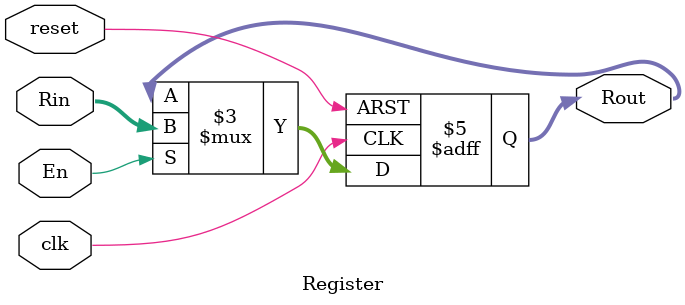
<source format=v>



//    wire [15:0] Decoderout;
//    wire [7:0] Muxout1;
//    wire [127:0] Registersout;
//    genvar i;
//    generate
//        for(i=0;i<16;i=i+1) begin
//            (* dont_touch="true" *) Register REG(.En(Decoderout[i]),.clk(clk),.reset(reset),.Rin(Muxout1),.Rout(Registersout[(8*i+7):(8*i)]));
//        end
//    endgenerate

//    (* dont_touch="true" *) Decoder4 DEC1(.WE(WE),);
//endmodule



//module Register(
//    input  En,
//    input  clk,
//    input  reset,
//    input [7:0] Rin,   
//    output reg [7:0] Rout
//  ); 
  
//  always @(posedge clk or posedge reset) begin
  
//    if (reset) begin  
//      Rout <= 8'h00;
//    end
    
//    else if (En == 1'b1) begin
//      Rout <= Rin;
//    end 
//  end
  
//endmodule

//module Decoder4(
//    input  WE,
//    input [3:0] RegAdd,
//    output reg [15:0] r
//  ); 

//   always @(*)
//      if (WE == 1'b0) begin
//         r <= 16'h0000;
//      end
//      else
//         case (RegAdd)
//            4'b0000  : r <= 16'b0000000000000001;
//            4'b0001  : r <= 16'b0000000000000010;
//            4'b0010  : r <= 16'b0000000000000100;
//            4'b0011  : r <= 16'b0000000000001000;
//            4'b0100  : r <= 16'b0000000000010000;
//            4'b0101  : r <= 16'b0000000000100000;
//            4'b0110  : r <= 16'b0000000001000000;
//            4'b0111  : r <= 16'b0000000010000000;
//            4'b1000  : r <= 16'b0000000100000000;
//            4'b1001  : r <= 16'b0000001000000000;
//            4'b1010  : r <= 16'b0000010000000000;
//            4'b1011  : r <= 16'b0000100000000000;
//            4'b1100  : r <= 16'b0001000000000000;
//            4'b1101  : r <= 16'b0010000000000000;
//            4'b1110  : r <= 16'b0100000000000000;
//            4'b1111  : r <= 16'b1000000000000000;
//            default  : r <= 16'b0000000000000000;
//         endcase

//endmodule

//module MUX8_8(
//    input [2:0] InsSel,
//    input [7:0] i1,
//    input [7:0] i2,
//    input [7:0] i3,
//    input [7:0] i4,
//    input [7:0] i5,
//    input [7:0] i6,
//    input [7:0] i7,
//    input [7:0] i8,
//    output reg [7:0] r
//  ); 
    
//   always @(*)
//       case (InsSel)
//          3'b000: r = i1;
//          3'b001: r = i2;
//          3'b010: r = i3;
//          3'b011: r = i4;
//          3'b100: r = i5;
//          3'b101: r = i6;
//          3'b110: r = i7;
//          3'b111: r = i8;
//       endcase    
    
//endmodule

//module MUX16_8(
//    input [3:0] InsSel,
//    input [7:0] i1,
//    input [7:0] i2,
//    input [7:0] i3,
//    input [7:0] i4,
//    input [7:0] i5,
//    input [7:0] i6,
//    input [7:0] i7,
//    input [7:0] i8,
//    input [7:0] i9,
//    input [7:0] i10,
//    input [7:0] i11,
//    input [7:0] i12,
//    input [7:0] i13,
//    input [7:0] i14,
//    input [7:0] i15,
//    input [7:0] i16,
//    output reg [7:0] r
//  ); 
    
//   always @(*)
//       case (InsSel)
//          4'b0000: r = i1;
//          4'b0001: r = i2;
//          4'b0010: r = i3;
//          4'b0011: r = i4;
//          4'b0100: r = i5;
//          4'b0101: r = i6;
//          4'b0110: r = i7;
//          4'b0111: r = i8;
//          4'b1000: r = i9;
//          4'b1001: r = i10;
//          4'b1010: r = i11;
//          4'b1011: r = i12;
//          4'b1100: r = i13;
//          4'b1101: r = i14;
//          4'b1110: r = i15;
//          4'b1111: r = i16;
//       endcase    
    
//endmodule


/*`timescale 1ns / 1ps
module RB(

    input clk,reset,WE, 
	input [7:0]InA,InB,CUconst,ALUout,
	input [2:0]InMuxAdd, 
	input [3:0]RegAdd,OutMuxAdd,  
	output [7:0]Out,ALUinA,ALUinB 
    );
	
	wire [15:0]decoder_out;          
	wire [7:0]RegOut;              
	wire [7:0]RegIn;               
	wire [7:0]Reg_mux [15:0];    

	
	DECODER decoder1(RegAdd,WE,decoder_out);		
	MUX8  mux_8(InA ,InB, CUconst ,ALUout ,RegOut ,RegOut ,RegOut ,RegOut ,InMuxAdd ,RegIn );																
	MUX16  mux_16(Reg_mux[0],Reg_mux[1],Reg_mux[2],Reg_mux[3],Reg_mux[4],Reg_mux[5],Reg_mux[6],Reg_mux[7],Reg_mux[8],Reg_mux[9],Reg_mux[10],Reg_mux[11],Reg_mux[12],Reg_mux[13],Reg_mux[14],Reg_mux[15],OutMuxAdd ,RegOut );
	                           
    genvar i;
    generate 
        for (i=0;i<16;i=i+1) begin    
        REGISTER register(clk,reset,decoder_out[i],RegIn,Reg_mux[i]);
    end 
    endgenerate										


	assign Out = Reg_mux[0]; 
	assign ALUinA = Reg_mux[1];
	assign ALUinB = Reg_mux[2];

endmodule

module DECODER(
	input [3:0]RegAdd,
	input WE,
	output reg [15:0]Out
    );

    always @(*) begin
        if(WE == 0)
            Out = 0; 
        else begin
            case(RegAdd)
                4'b0000: Out = 16'b0000000000000001;
                4'b0001: Out = 16'b0000000000000010;
                4'b0010: Out = 16'b0000000000000100;
                4'b0011: Out = 16'b0000000000001000;
                4'b0100: Out = 16'b0000000000010000;
                4'b0101: Out = 16'b0000000000100000;
                4'b0110: Out = 16'b0000000001000000;
                4'b0111: Out = 16'b0000000010000000;
                4'b1000: Out = 16'b0000000100000000;
                4'b1001: Out = 16'b0000001000000000;
                4'b1010: Out = 16'b0000010000000000;
                4'b1011: Out = 16'b0000100000000000;
                4'b1100: Out = 16'b0001000000000000;
                4'b1101: Out = 16'b0010000000000000;
                4'b1110: Out = 16'b0100000000000000;
                4'b1111: Out = 16'b1000000000000000;
            endcase
        end
    end
endmodule



module MUX8 (
   
	input [7:0]I0,
	input [7:0]I1,
	input [7:0]I2,
	input [7:0]I3,
	input [7:0]I4,
	input [7:0]I5,
	input [7:0]I6,
	input [7:0]I7,
	input [2:0]S,
	output reg [7:0]O
    );

    always @(*) begin
        case(S)
            3'b000: O = I0;
            3'b001: O = I1;
            3'b010: O = I2;
            3'b011: O = I3;
            3'b100: O = I4;
            3'b101: O = I5;
            3'b110: O = I6;
            3'b111: O = I7;
        endcase
    end
endmodule


module MUX16 (
   
	input [15:0]I0,
	input [15:0]I1,
	input [15:0]I2,
	input [15:0]I3,
	input [15:0]I4,
	input [15:0]I5,
	input [15:0]I6,
	input [15:0]I7,
	input [15:0]I8,
	input [15:0]I9,
	input [15:0]I10,
	input [15:0]I11,
	input [15:0]I12,
	input [15:0]I13,
	input [15:0]I14,
	input [15:0]I15,
	input [3:0]S,
	output reg [15:0]O
    );
    always @(*) begin
        case(S)
            4'b0000: O = I0;
            4'b0001: O = I1;
            4'b0010: O = I2;
            4'b0011: O = I3;
            4'b0100: O = I4;
            4'b0101: O = I5;
            4'b0110: O = I6;
            4'b0111: O = I7;
            4'b1000: O = I8;
            4'b1001: O = I9;
            4'b1010: O = I10;
            4'b1011: O = I11;
            4'b1100: O = I12;
            4'b1101: O = I13;
            4'b1110: O = I14;
            4'b1111: O = I15;
        endcase
    end

endmodule


module REGISTER(
	input clk,
	input reset,
	input En,
	input [7:0] Rin,
	output reg [7:0] Rout
    );

    reg [7:0]reg_next;
    reg [7:0]reg_out;
    always @(posedge clk, posedge reset) begin
        if(reset==1)
            reg_out <= 0;
        else
            reg_out <= reg_next;
    end
    always @(*) begin
        if(En)
            reg_next = Rin;
        else
            reg_next = reg_out;
    end
    
    always @(*) begin
        Rout = reg_out;
    end
    
endmodule

*/


`timescale 1ns / 1ps
//////////////////////////////////////////////////////////////////////////////////
// Company: 
// Engineer: 
// 
// Create Date: 18.12.2018 14:56:44
// Design Name: 
// Module Name: RB
// Project Name: 
// Target Devices: 
// Tool Versions: 
// Description: 
// 
// Dependencies: 
// 
// Revision:
// Revision 0.01 - File Created
// Additional Comments:
// 
//////////////////////////////////////////////////////////////////////////////////


module RB(
    input clk,
    input reset,
    input [7:0] InA,
    input [7:0] InB,
    input [7:0] CUconst,
    input [2:0] InMuxAdd,
    input [3:0] OutMuxAdd,
    input [3:0] RegAdd,
    input WE,
    output [7:0] ALUinA,
    output [7:0] ALUinB,
    input [7:0] ALUout,
    output [7:0] Out
    );
    
wire [15:0] DecoderOut;    
wire [127:0] RegistersOut;    
wire [7:0] MUXOut1;    
wire [7:0] MUXOut2;    
    
   genvar i;
    generate
       for (i=0; i < 16; i=i+1)
       begin: Registers
          (* dont_touch="true" *) Register REG( DecoderOut[i], clk, reset, MUXOut1,RegistersOut[(8*i+7):(8*i)]);
       end
    endgenerate    
    
(* dont_touch="true" *)    Decoder4 DEC1 (WE, RegAdd, DecoderOut);
(* dont_touch="true" *)    MUX8_8 MUX1  (InMuxAdd, InA, InB, CUconst, ALUout, MUXOut2, MUXOut2, MUXOut2, MUXOut2, MUXOut1);
(* dont_touch="true" *)    MUX16_8 MUX2 (OutMuxAdd,RegistersOut[7:0]
                                                  ,RegistersOut[15:8] 
                                                  ,RegistersOut[23:16] 
                                                  ,RegistersOut[31:24] 
                                                  ,RegistersOut[39:32] 
                                                  ,RegistersOut[47:40] 
                                                  ,RegistersOut[55:48] 
                                                  ,RegistersOut[63:56] 
                                                  ,RegistersOut[71:64] 
                                                  ,RegistersOut[79:72] 
                                                  ,RegistersOut[87:80] 
                                                  ,RegistersOut[95:88] 
                                                  ,RegistersOut[103:96] 
                                                  ,RegistersOut[111:104] 
                                                  ,RegistersOut[119:112] 
                                                  ,RegistersOut[127:120], MUXOut2);
     
    assign Out = RegistersOut[7:0];
    assign ALUinA = RegistersOut[15:8];
    assign ALUinB = RegistersOut[23:16];
    
    
endmodule



module MUX8_8(
    input [2:0] InsSel,
    input [7:0] i1,
    input [7:0] i2,
    input [7:0] i3,
    input [7:0] i4,
    input [7:0] i5,
    input [7:0] i6,
    input [7:0] i7,
    input [7:0] i8,
    output reg [7:0] r
  ); 
    
   always @(*)
       case (InsSel)
          3'b000: r = i1;
          3'b001: r = i2;
          3'b010: r = i3;
          3'b011: r = i4;
          3'b100: r = i5;
          3'b101: r = i6;
          3'b110: r = i7;
          3'b111: r = i8;
       endcase    
    
endmodule

module MUX16_8(
    input [3:0] InsSel,
    input [7:0] i1,
    input [7:0] i2,
    input [7:0] i3,
    input [7:0] i4,
    input [7:0] i5,
    input [7:0] i6,
    input [7:0] i7,
    input [7:0] i8,
    input [7:0] i9,
    input [7:0] i10,
    input [7:0] i11,
    input [7:0] i12,
    input [7:0] i13,
    input [7:0] i14,
    input [7:0] i15,
    input [7:0] i16,
    output reg [7:0] r
  ); 
    
   always @(*)
       case (InsSel)
          4'b0000: r = i1;
          4'b0001: r = i2;
          4'b0010: r = i3;
          4'b0011: r = i4;
          4'b0100: r = i5;
          4'b0101: r = i6;
          4'b0110: r = i7;
          4'b0111: r = i8;
          4'b1000: r = i9;
          4'b1001: r = i10;
          4'b1010: r = i11;
          4'b1011: r = i12;
          4'b1100: r = i13;
          4'b1101: r = i14;
          4'b1110: r = i15;
          4'b1111: r = i16;
       endcase    
    
endmodule



module Decoder4(
    input  WE,
    input [3:0] RegAdd,
    output reg [15:0] r
  ); 

   always @(*)
      if (WE == 1'b0) begin
         r <= 16'h0000;
      end
      else
         case (RegAdd)
            4'b0000  : r <= 16'b0000000000000001;
            4'b0001  : r <= 16'b0000000000000010;
            4'b0010  : r <= 16'b0000000000000100;
            4'b0011  : r <= 16'b0000000000001000;
            4'b0100  : r <= 16'b0000000000010000;
            4'b0101  : r <= 16'b0000000000100000;
            4'b0110  : r <= 16'b0000000001000000;
            4'b0111  : r <= 16'b0000000010000000;
            4'b1000  : r <= 16'b0000000100000000;
            4'b1001  : r <= 16'b0000001000000000;
            4'b1010  : r <= 16'b0000010000000000;
            4'b1011  : r <= 16'b0000100000000000;
            4'b1100  : r <= 16'b0001000000000000;
            4'b1101  : r <= 16'b0010000000000000;
            4'b1110  : r <= 16'b0100000000000000;
            4'b1111  : r <= 16'b1000000000000000;
            default  : r <= 16'b0000000000000000;
         endcase

endmodule



module Register(
    input  En,
    input  clk,
    input  reset,
    input [7:0] Rin,   
    output reg [7:0] Rout
  ); 
  
  always @(posedge clk or posedge reset) begin
  
    if (reset) begin  
      Rout <= 8'h00;
    end
    
    else if (En == 1'b1) begin
      Rout <= Rin;
    end 
  end
  
endmodule


</source>
